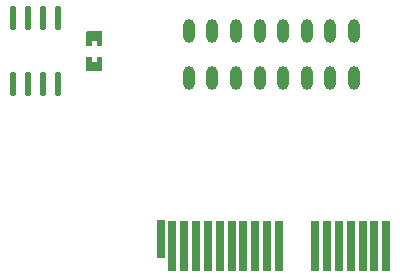
<source format=gbp>
G04 Layer: BottomPasteMaskLayer*
G04 EasyEDA v6.5.20, 2023-01-09 08:49:07*
G04 a67cddfb3fce44daa9051d46cbbcc19f,10*
G04 Gerber Generator version 0.2*
G04 Scale: 100 percent, Rotated: No, Reflected: No *
G04 Dimensions in millimeters *
G04 leading zeros omitted , absolute positions ,4 integer and 5 decimal *
%FSLAX45Y45*%
%MOMM*%

%ADD10O,0.58801X2.0450048*%
%ADD11R,0.7000X4.3000*%
%ADD12R,0.7000X3.2000*%
%ADD13O,0.9999979999999999X1.9999959999999999*%

%LPD*%
G36*
X934008Y2167483D02*
G01*
X928979Y2162505D01*
X928979Y2047493D01*
X934008Y2042515D01*
X975004Y2042007D01*
X975004Y2087016D01*
X1020013Y2087016D01*
X1020013Y2042972D01*
X1061974Y2042515D01*
X1067003Y2047493D01*
X1067003Y2162505D01*
X1061974Y2167483D01*
G37*
G36*
X934008Y1952498D02*
G01*
X928979Y1947519D01*
X928979Y1832508D01*
X934008Y1827479D01*
X1061974Y1827479D01*
X1067003Y1832508D01*
X1067003Y1947519D01*
X1061974Y1952498D01*
X1020013Y1952498D01*
X1020013Y1907997D01*
X975004Y1907997D01*
X975004Y1951989D01*
G37*
D10*
G01*
X309498Y2277237D03*
G01*
X436498Y2277237D03*
G01*
X563498Y2277237D03*
G01*
X690498Y2277237D03*
G01*
X309498Y1722754D03*
G01*
X436498Y1722754D03*
G01*
X563498Y1722754D03*
G01*
X690498Y1722754D03*
D11*
G01*
X3469893Y350062D03*
G01*
X2559888Y350062D03*
G01*
X2459888Y350062D03*
G01*
X2359888Y350062D03*
G01*
X2259888Y350062D03*
G01*
X2159888Y350062D03*
G01*
X2059889Y350062D03*
G01*
X1959889Y350062D03*
G01*
X1859889Y350062D03*
G01*
X1759889Y350062D03*
G01*
X1659889Y350062D03*
G01*
X3369894Y350062D03*
G01*
X2869895Y350062D03*
G01*
X2969895Y350062D03*
G01*
X3069894Y350062D03*
G01*
X3169894Y350062D03*
G01*
X3269894Y350062D03*
D12*
G01*
X1559890Y405053D03*
D13*
G01*
X1796516Y2170849D03*
G01*
X1996516Y2170849D03*
G01*
X2196515Y2170849D03*
G01*
X2396515Y2170849D03*
G01*
X2596515Y2170849D03*
G01*
X2796514Y2170849D03*
G01*
X2996514Y2170849D03*
G01*
X3196513Y2170849D03*
G01*
X3196513Y1770849D03*
G01*
X2996514Y1770849D03*
G01*
X2796514Y1770849D03*
G01*
X2596515Y1770849D03*
G01*
X2396515Y1770849D03*
G01*
X2196515Y1770849D03*
G01*
X1996516Y1770849D03*
G01*
X1796516Y1770849D03*
M02*

</source>
